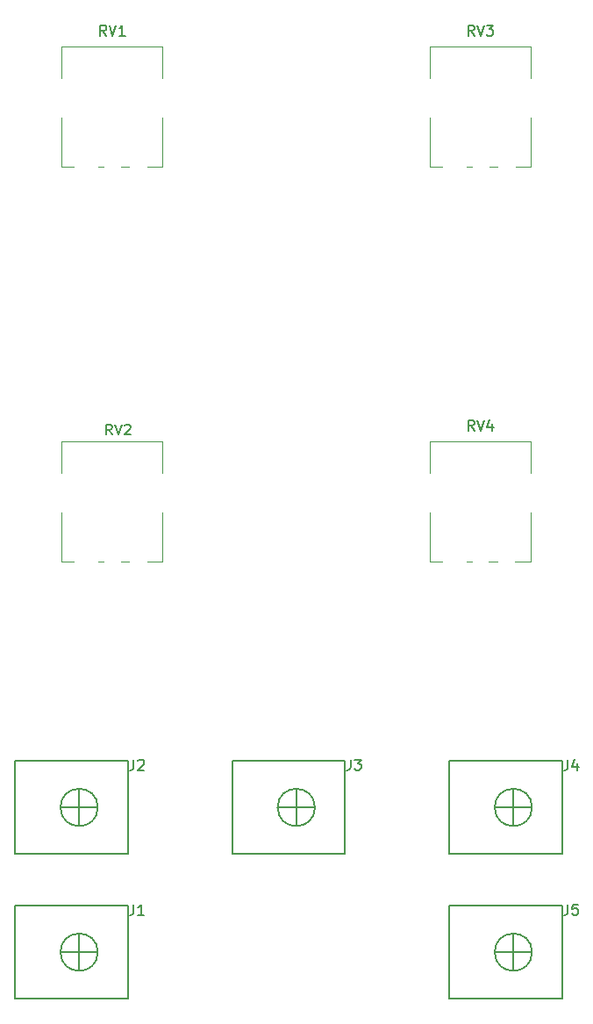
<source format=gbr>
G04 #@! TF.GenerationSoftware,KiCad,Pcbnew,5.1.6-c6e7f7d~87~ubuntu18.04.1*
G04 #@! TF.CreationDate,2020-07-29T19:07:16-04:00*
G04 #@! TF.ProjectId,filter_carrier_board,66696c74-6572-45f6-9361-72726965725f,1*
G04 #@! TF.SameCoordinates,Original*
G04 #@! TF.FileFunction,Legend,Top*
G04 #@! TF.FilePolarity,Positive*
%FSLAX46Y46*%
G04 Gerber Fmt 4.6, Leading zero omitted, Abs format (unit mm)*
G04 Created by KiCad (PCBNEW 5.1.6-c6e7f7d~87~ubuntu18.04.1) date 2020-07-29 19:07:16*
%MOMM*%
%LPD*%
G01*
G04 APERTURE LIST*
%ADD10C,0.150000*%
%ADD11C,0.120000*%
G04 APERTURE END LIST*
D10*
X146835000Y-145470000D02*
X146835000Y-136470000D01*
X157735000Y-145470000D02*
X157735000Y-136470000D01*
X146835000Y-145470000D02*
X157735000Y-145470000D01*
X146835000Y-136470000D02*
X157735000Y-136470000D01*
X154835000Y-140970000D02*
G75*
G03*
X154835000Y-140970000I-1800000J0D01*
G01*
X151235000Y-140970000D02*
X154835000Y-140970000D01*
X153035000Y-142770000D02*
X153035000Y-139170000D01*
X146835000Y-131500000D02*
X146835000Y-122500000D01*
X157735000Y-131500000D02*
X157735000Y-122500000D01*
X146835000Y-131500000D02*
X157735000Y-131500000D01*
X146835000Y-122500000D02*
X157735000Y-122500000D01*
X154835000Y-127000000D02*
G75*
G03*
X154835000Y-127000000I-1800000J0D01*
G01*
X151235000Y-127000000D02*
X154835000Y-127000000D01*
X153035000Y-128800000D02*
X153035000Y-125200000D01*
X125880000Y-131500000D02*
X125880000Y-122500000D01*
X136780000Y-131500000D02*
X136780000Y-122500000D01*
X125880000Y-131500000D02*
X136780000Y-131500000D01*
X125880000Y-122500000D02*
X136780000Y-122500000D01*
X133880000Y-127000000D02*
G75*
G03*
X133880000Y-127000000I-1800000J0D01*
G01*
X130280000Y-127000000D02*
X133880000Y-127000000D01*
X132080000Y-128800000D02*
X132080000Y-125200000D01*
X104925000Y-131500000D02*
X104925000Y-122500000D01*
X115825000Y-131500000D02*
X115825000Y-122500000D01*
X104925000Y-131500000D02*
X115825000Y-131500000D01*
X104925000Y-122500000D02*
X115825000Y-122500000D01*
X112925000Y-127000000D02*
G75*
G03*
X112925000Y-127000000I-1800000J0D01*
G01*
X109325000Y-127000000D02*
X112925000Y-127000000D01*
X111125000Y-128800000D02*
X111125000Y-125200000D01*
X104925000Y-145470000D02*
X104925000Y-136470000D01*
X115825000Y-145470000D02*
X115825000Y-136470000D01*
X104925000Y-145470000D02*
X115825000Y-145470000D01*
X104925000Y-136470000D02*
X115825000Y-136470000D01*
X112925000Y-140970000D02*
G75*
G03*
X112925000Y-140970000I-1800000J0D01*
G01*
X109325000Y-140970000D02*
X112925000Y-140970000D01*
X111125000Y-142770000D02*
X111125000Y-139170000D01*
D11*
X151480000Y-103260000D02*
X150650000Y-103260000D01*
X149030000Y-103260000D02*
X148500000Y-103260000D01*
X146130000Y-103260000D02*
X144950000Y-103260000D01*
X154690000Y-103260000D02*
X154690000Y-98540000D01*
X144950000Y-94730000D02*
X144950000Y-91670000D01*
X144940000Y-103260000D02*
X144940000Y-98540000D01*
X154690000Y-94730000D02*
X154690000Y-91670000D01*
X154690000Y-103260000D02*
X153200000Y-103260000D01*
X154690000Y-91670000D02*
X144950000Y-91670000D01*
X151520000Y-65160000D02*
X150690000Y-65160000D01*
X149070000Y-65160000D02*
X148540000Y-65160000D01*
X146170000Y-65160000D02*
X144990000Y-65160000D01*
X154730000Y-65160000D02*
X154730000Y-60440000D01*
X144990000Y-56630000D02*
X144990000Y-53570000D01*
X144980000Y-65160000D02*
X144980000Y-60440000D01*
X154730000Y-56630000D02*
X154730000Y-53570000D01*
X154730000Y-65160000D02*
X153240000Y-65160000D01*
X154730000Y-53570000D02*
X144990000Y-53570000D01*
X115960000Y-103260000D02*
X115130000Y-103260000D01*
X113510000Y-103260000D02*
X112980000Y-103260000D01*
X110610000Y-103260000D02*
X109430000Y-103260000D01*
X119170000Y-103260000D02*
X119170000Y-98540000D01*
X109430000Y-94730000D02*
X109430000Y-91670000D01*
X109420000Y-103260000D02*
X109420000Y-98540000D01*
X119170000Y-94730000D02*
X119170000Y-91670000D01*
X119170000Y-103260000D02*
X117680000Y-103260000D01*
X119170000Y-91670000D02*
X109430000Y-91670000D01*
X115960000Y-65160000D02*
X115130000Y-65160000D01*
X113510000Y-65160000D02*
X112980000Y-65160000D01*
X110610000Y-65160000D02*
X109430000Y-65160000D01*
X119170000Y-65160000D02*
X119170000Y-60440000D01*
X109430000Y-56630000D02*
X109430000Y-53570000D01*
X109420000Y-65160000D02*
X109420000Y-60440000D01*
X119170000Y-56630000D02*
X119170000Y-53570000D01*
X119170000Y-65160000D02*
X117680000Y-65160000D01*
X119170000Y-53570000D02*
X109430000Y-53570000D01*
D10*
X158289666Y-136358380D02*
X158289666Y-137072666D01*
X158242047Y-137215523D01*
X158146809Y-137310761D01*
X158003952Y-137358380D01*
X157908714Y-137358380D01*
X159242047Y-136358380D02*
X158765857Y-136358380D01*
X158718238Y-136834571D01*
X158765857Y-136786952D01*
X158861095Y-136739333D01*
X159099190Y-136739333D01*
X159194428Y-136786952D01*
X159242047Y-136834571D01*
X159289666Y-136929809D01*
X159289666Y-137167904D01*
X159242047Y-137263142D01*
X159194428Y-137310761D01*
X159099190Y-137358380D01*
X158861095Y-137358380D01*
X158765857Y-137310761D01*
X158718238Y-137263142D01*
X158289666Y-122388380D02*
X158289666Y-123102666D01*
X158242047Y-123245523D01*
X158146809Y-123340761D01*
X158003952Y-123388380D01*
X157908714Y-123388380D01*
X159194428Y-122721714D02*
X159194428Y-123388380D01*
X158956333Y-122340761D02*
X158718238Y-123055047D01*
X159337285Y-123055047D01*
X137334666Y-122388380D02*
X137334666Y-123102666D01*
X137287047Y-123245523D01*
X137191809Y-123340761D01*
X137048952Y-123388380D01*
X136953714Y-123388380D01*
X137715619Y-122388380D02*
X138334666Y-122388380D01*
X138001333Y-122769333D01*
X138144190Y-122769333D01*
X138239428Y-122816952D01*
X138287047Y-122864571D01*
X138334666Y-122959809D01*
X138334666Y-123197904D01*
X138287047Y-123293142D01*
X138239428Y-123340761D01*
X138144190Y-123388380D01*
X137858476Y-123388380D01*
X137763238Y-123340761D01*
X137715619Y-123293142D01*
X116379666Y-122388380D02*
X116379666Y-123102666D01*
X116332047Y-123245523D01*
X116236809Y-123340761D01*
X116093952Y-123388380D01*
X115998714Y-123388380D01*
X116808238Y-122483619D02*
X116855857Y-122436000D01*
X116951095Y-122388380D01*
X117189190Y-122388380D01*
X117284428Y-122436000D01*
X117332047Y-122483619D01*
X117379666Y-122578857D01*
X117379666Y-122674095D01*
X117332047Y-122816952D01*
X116760619Y-123388380D01*
X117379666Y-123388380D01*
X116379666Y-136358380D02*
X116379666Y-137072666D01*
X116332047Y-137215523D01*
X116236809Y-137310761D01*
X116093952Y-137358380D01*
X115998714Y-137358380D01*
X117379666Y-137358380D02*
X116808238Y-137358380D01*
X117093952Y-137358380D02*
X117093952Y-136358380D01*
X116998714Y-136501238D01*
X116903476Y-136596476D01*
X116808238Y-136644095D01*
X149264761Y-90622380D02*
X148931428Y-90146190D01*
X148693333Y-90622380D02*
X148693333Y-89622380D01*
X149074285Y-89622380D01*
X149169523Y-89670000D01*
X149217142Y-89717619D01*
X149264761Y-89812857D01*
X149264761Y-89955714D01*
X149217142Y-90050952D01*
X149169523Y-90098571D01*
X149074285Y-90146190D01*
X148693333Y-90146190D01*
X149550476Y-89622380D02*
X149883809Y-90622380D01*
X150217142Y-89622380D01*
X150979047Y-89955714D02*
X150979047Y-90622380D01*
X150740952Y-89574761D02*
X150502857Y-90289047D01*
X151121904Y-90289047D01*
X149264761Y-52522380D02*
X148931428Y-52046190D01*
X148693333Y-52522380D02*
X148693333Y-51522380D01*
X149074285Y-51522380D01*
X149169523Y-51570000D01*
X149217142Y-51617619D01*
X149264761Y-51712857D01*
X149264761Y-51855714D01*
X149217142Y-51950952D01*
X149169523Y-51998571D01*
X149074285Y-52046190D01*
X148693333Y-52046190D01*
X149550476Y-51522380D02*
X149883809Y-52522380D01*
X150217142Y-51522380D01*
X150455238Y-51522380D02*
X151074285Y-51522380D01*
X150740952Y-51903333D01*
X150883809Y-51903333D01*
X150979047Y-51950952D01*
X151026666Y-51998571D01*
X151074285Y-52093809D01*
X151074285Y-52331904D01*
X151026666Y-52427142D01*
X150979047Y-52474761D01*
X150883809Y-52522380D01*
X150598095Y-52522380D01*
X150502857Y-52474761D01*
X150455238Y-52427142D01*
X114294761Y-91032380D02*
X113961428Y-90556190D01*
X113723333Y-91032380D02*
X113723333Y-90032380D01*
X114104285Y-90032380D01*
X114199523Y-90080000D01*
X114247142Y-90127619D01*
X114294761Y-90222857D01*
X114294761Y-90365714D01*
X114247142Y-90460952D01*
X114199523Y-90508571D01*
X114104285Y-90556190D01*
X113723333Y-90556190D01*
X114580476Y-90032380D02*
X114913809Y-91032380D01*
X115247142Y-90032380D01*
X115532857Y-90127619D02*
X115580476Y-90080000D01*
X115675714Y-90032380D01*
X115913809Y-90032380D01*
X116009047Y-90080000D01*
X116056666Y-90127619D01*
X116104285Y-90222857D01*
X116104285Y-90318095D01*
X116056666Y-90460952D01*
X115485238Y-91032380D01*
X116104285Y-91032380D01*
X113744761Y-52522380D02*
X113411428Y-52046190D01*
X113173333Y-52522380D02*
X113173333Y-51522380D01*
X113554285Y-51522380D01*
X113649523Y-51570000D01*
X113697142Y-51617619D01*
X113744761Y-51712857D01*
X113744761Y-51855714D01*
X113697142Y-51950952D01*
X113649523Y-51998571D01*
X113554285Y-52046190D01*
X113173333Y-52046190D01*
X114030476Y-51522380D02*
X114363809Y-52522380D01*
X114697142Y-51522380D01*
X115554285Y-52522380D02*
X114982857Y-52522380D01*
X115268571Y-52522380D02*
X115268571Y-51522380D01*
X115173333Y-51665238D01*
X115078095Y-51760476D01*
X114982857Y-51808095D01*
M02*

</source>
